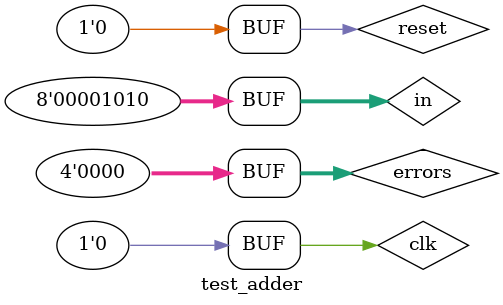
<source format=v>
module test_adder ();
 
	reg reset, clk;
	reg [7:0] in;
	
	wire [7:0] OUT;
	
	reg [3:0] vectornum, errors; // bookkeeping variables
	reg [9:0] testvectors[20:0]; // array of testvectors
	
	adder dut (.A(in), .out(OUT));
	
	
	
always
	begin
	clk = 1; #5; clk = 0; #5;
	end
	
initial
	begin
	vectornum = 0; errors = 0;
	reset = 1; #30; reset = 0;
	in = 32'b10000000000000000000000000001010;
end


always @(negedge clk)
	if (~reset) begin // skip during reset
			// increment array index and read next testvector
		vectornum = vectornum + 1;
		if (testvectors[vectornum] === 5'bx) begin
			$display("%d tests completed with %d errors",
			vectornum, errors);
		end
	end
endmodule

</source>
